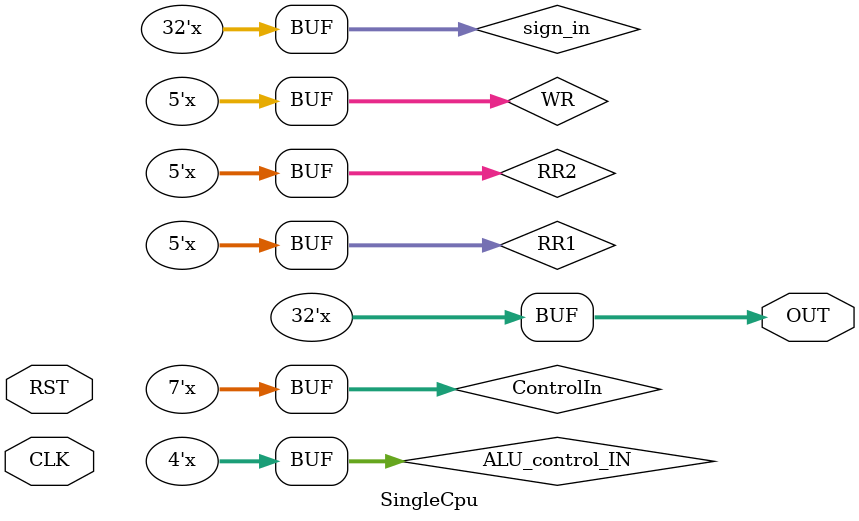
<source format=v>
module SingleCpu(CLK, RST, OUT);
    input CLK;
    input RST;

    // Vr_inst_mem
    wire [31:0] ADDR;
    wire [31:0] INST;

    // Vr_register_file
    reg [4:0] RR1; // Read Register1
    reg [4:0] RR2; // Read Register2
    reg [4:0] WR; // Write Register
    wire [31:0] WD; // Write date
    wire 	WE; // Wriet Enable
    wire [31:0] RD1; // Read data1
    wire [31:0] RD2; // Read data2

    // Signed Extension
    reg [31:0] sign_in;
    wire [31:0] sign_out;

    reg [31:0] EA;

    // Vr_data_mem
    wire [31:0] ADDR_mem;
    wire RW_mem; /* 0: Read, 1: Write */
    wire [31:0] WD_mem;
    wire [31:0] RD_mem;

    // Control
    reg [6:0] ControlIn;
    wire RegWrite;
    wire ALUSrc;
    wire [1:0] ALUOp;

    // ALUControl
    reg [3:0] ALU_control_IN;
    wire [3:0] ALU_control_OUT;

    //MUX
    wire [31:0] MUXOUT;

    //MUX2
    wire branch;
    wire MemtoReg;

    //Shift
    wire [31:0] ShiftOut;

    //ALU_ADD
    wire [31:0] counter1;

    // mux2
    wire [31:0] MUXOUT_PC;
    wire Zero;

    // pc+4
    wire [31:0] counter0;

    //AND
    wire andout;


    output reg [31:0] OUT;

    PC PC1(.ADDR(MUXOUT_PC), .ADDROUT(ADDR), .CLK(CLK), .RST(RST));
    ADD_4 ADD_4_1(.IN(ADDR), .OUT(counter0));
    Vr_inst_mem Vr_inst_mem1(.ADDR(ADDR), .INST(INST));
    Vr_register_file Vr_register_file1(.CLK(CLK), .RST(RST), .RR1(RR1), .RR2(RR2), .WR(WR), .WD(WD), .WE(WE), .RD1(RD1), .RD2(RD2));
    Vr_data_mem Vr_data_mem1(.CLK(CLK), .ADDR(ADDR_mem), .RW(RW_mem), .WD(RD2), .RD(RD_mem));
    SignedExtension SignedExtension1(sign_in, sign_out, RST);
    Control Control1(.ControlIn(ControlIn), .branch(branch), .memRW(RW_mem), .MemtoReg(MemtoReg), .ALUOp(ALUOp), .ALUSrc(ALUSrc), .RegWrite(WE), .RST(RST));
    ALUcontrol ALUcontrol1(ALUOp, ALU_control_IN, ALU_control_OUT);
    ALU ALU1(.ALUIN1(RD1), .ALUIN2(MUXOUT), .ALUC(ALU_control_OUT), .ALU_OUT(ADDR_mem), .Zero(Zero));
    mux mux1(.MUXIN1(RD2), .MUXIN2(sign_out), .MUXOUT(MUXOUT), .SEL(ALUSrc), .RST(RST));
    Shift Shift1(.ShiftIn(sign_out), .ShiftOut(ShiftOut));
    ALU_ADD ALU_ADD1(.IN1(ADDR), .IN2(ShiftOut), .Counter1(counter1));
    mux mux2(.MUXIN1(counter0), .MUXIN2(counter1), .MUXOUT(MUXOUT_PC), .SEL(andout), .RST(RST));
    ANDGATE ANDGATE1(.branch(branch), .Zero(Zero), .andout(andout));
    mux mux3(.MUXIN1(RD_mem), .MUXIN2(ADDR_mem), .MUXOUT(WD), .SEL(MemtoReg), .RST(RST));

    always @(posedge CLK ) begin

        $display("\n%d, %b %b %b %b %b %b", ADDR, INST[31:25], INST[24:20], INST[19:15], INST[14:12], INST[11:7], INST[6:0]);
        // $display("WR: %d WD: %d", WR, WD);
        // $display("ADDR_mem: %d", ADDR_mem);
        // $display("RD_mem: %d", RD_mem);
        // $display("MemtoReg: %d", MemtoReg);
        // $display("WD: %d", WD);


    end
    always @(*) begin 
        if(RST) INST = 0;
        else begin
        ControlIn = INST[6:0];
        RR1 = INST[19:15]; // Read Register1 입력 => RD1
        RR2 = INST[24:20]; // Read Register2 입력 => RD2
        WR = INST[11:7]; // Write Register 입력 (데이터를 쓸 레지스터 주소)
        sign_in = INST[31:0];
        ALU_control_IN = {INST[30], INST[14:12]};
        OUT = INST;
        end
        


    end

    
    

endmodule
</source>
